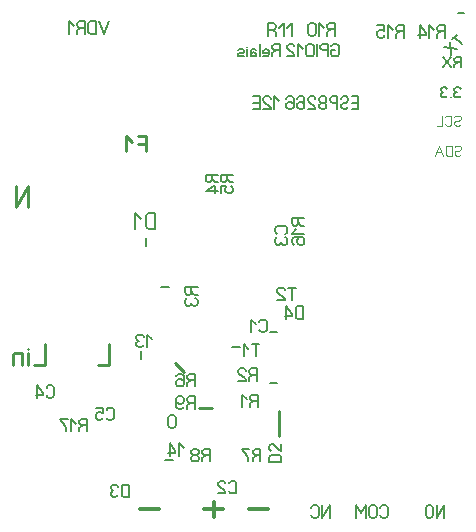
<source format=gbr>
%FSLAX32Y32*%
%MOMM*%
%LNBESTUECKUNG1*%
G71*
G01*
%ADD10C, 0.33*%
%ADD11C, 0.16*%
%ADD12C, 0.24*%
%ADD13C, 0.17*%
%ADD14C, 0.13*%
%ADD15C, 0.22*%
%ADD16C, 0.25*%
%ADD17C, 0.11*%
%LPD*%
G54D10*
X6285Y4198D02*
X6125Y4198D01*
G54D10*
X5904Y4195D02*
X5744Y4195D01*
G54D10*
X5824Y4262D02*
X5824Y4128D01*
G54D11*
X7915Y7755D02*
X7908Y7766D01*
X7895Y7772D01*
X7881Y7772D01*
X7868Y7766D01*
X7861Y7755D01*
X7861Y7744D01*
X7868Y7733D01*
X7881Y7727D01*
X7868Y7722D01*
X7861Y7710D01*
X7861Y7699D01*
X7868Y7688D01*
X7881Y7683D01*
X7895Y7683D01*
X7908Y7688D01*
X7915Y7699D01*
G54D11*
X7831Y7683D02*
X7831Y7683D01*
G54D11*
X7800Y7755D02*
X7793Y7766D01*
X7780Y7772D01*
X7766Y7772D01*
X7753Y7766D01*
X7746Y7755D01*
X7746Y7744D01*
X7753Y7733D01*
X7766Y7727D01*
X7753Y7722D01*
X7746Y7710D01*
X7746Y7699D01*
X7753Y7688D01*
X7766Y7683D01*
X7780Y7683D01*
X7793Y7688D01*
X7800Y7699D01*
G54D11*
X7890Y8397D02*
X7944Y8397D01*
G54D11*
X7924Y8133D02*
X7861Y8196D01*
G54D11*
X7880Y8215D02*
X7842Y8177D01*
G54D11*
X7821Y8155D02*
X7836Y8045D01*
G54D11*
X7884Y8092D02*
X7774Y8108D01*
G54D11*
X7889Y7981D02*
X7869Y7970D01*
X7862Y7959D01*
X7862Y7937D01*
G54D11*
X7915Y7937D02*
X7915Y8026D01*
X7882Y8026D01*
X7869Y8020D01*
X7862Y8009D01*
X7862Y7998D01*
X7869Y7987D01*
X7882Y7981D01*
X7915Y7981D01*
G54D11*
X7831Y8026D02*
X7765Y7937D01*
G54D11*
X7831Y7937D02*
X7765Y8026D01*
G54D12*
X5251Y7226D02*
X5251Y7360D01*
X5181Y7360D01*
G54D12*
X5251Y7293D02*
X5181Y7293D01*
G54D12*
X5134Y7310D02*
X5084Y7360D01*
X5084Y7226D01*
G54D13*
X5327Y6571D02*
X5327Y6705D01*
X5277Y6705D01*
X5257Y6696D01*
X5247Y6680D01*
X5247Y6596D01*
X5257Y6580D01*
X5277Y6571D01*
X5327Y6571D01*
G54D13*
X5210Y6655D02*
X5160Y6705D01*
X5160Y6571D01*
G54D14*
X6167Y5114D02*
X6143Y5101D01*
X6135Y5088D01*
X6135Y5061D01*
G54D14*
X6199Y5061D02*
X6199Y5168D01*
X6159Y5168D01*
X6143Y5161D01*
X6135Y5148D01*
X6135Y5134D01*
X6143Y5121D01*
X6159Y5114D01*
X6199Y5114D01*
G54D14*
X6106Y5128D02*
X6066Y5168D01*
X6066Y5061D01*
G54D14*
X6156Y5337D02*
X6132Y5324D01*
X6124Y5310D01*
X6124Y5284D01*
G54D14*
X6188Y5284D02*
X6188Y5390D01*
X6148Y5390D01*
X6132Y5384D01*
X6124Y5370D01*
X6124Y5357D01*
X6132Y5344D01*
X6148Y5337D01*
X6188Y5337D01*
G54D14*
X6031Y5284D02*
X6095Y5284D01*
X6095Y5290D01*
X6087Y5304D01*
X6039Y5344D01*
X6031Y5357D01*
X6031Y5370D01*
X6039Y5384D01*
X6055Y5390D01*
X6071Y5390D01*
X6087Y5384D01*
X6095Y5370D01*
G54D14*
X5635Y6046D02*
X5648Y6022D01*
X5662Y6014D01*
X5688Y6014D01*
G54D14*
X5688Y6078D02*
X5582Y6078D01*
X5582Y6038D01*
X5588Y6022D01*
X5602Y6014D01*
X5615Y6014D01*
X5628Y6022D01*
X5635Y6038D01*
X5635Y6078D01*
G54D14*
X5602Y5985D02*
X5588Y5977D01*
X5582Y5961D01*
X5582Y5945D01*
X5588Y5929D01*
X5602Y5921D01*
X5615Y5921D01*
X5628Y5929D01*
X5635Y5945D01*
X5642Y5929D01*
X5655Y5921D01*
X5668Y5921D01*
X5682Y5929D01*
X5688Y5945D01*
X5688Y5961D01*
X5682Y5977D01*
X5668Y5985D01*
G54D14*
X6211Y5716D02*
X6219Y5703D01*
X6235Y5696D01*
X6251Y5696D01*
X6267Y5703D01*
X6275Y5716D01*
X6275Y5783D01*
X6267Y5796D01*
X6251Y5803D01*
X6235Y5803D01*
X6219Y5796D01*
X6211Y5783D01*
G54D14*
X6182Y5763D02*
X6142Y5803D01*
X6142Y5696D01*
G54D14*
X6180Y5490D02*
X6180Y5597D01*
G54D14*
X6212Y5597D02*
X6148Y5597D01*
G54D14*
X6118Y5557D02*
X6078Y5597D01*
X6078Y5490D01*
G54D14*
X5810Y6996D02*
X5823Y6972D01*
X5836Y6964D01*
X5863Y6964D01*
G54D14*
X5863Y7028D02*
X5756Y7028D01*
X5756Y6988D01*
X5763Y6972D01*
X5776Y6964D01*
X5790Y6964D01*
X5803Y6972D01*
X5810Y6988D01*
X5810Y7028D01*
G54D14*
X5863Y6887D02*
X5756Y6887D01*
X5823Y6935D01*
X5836Y6935D01*
X5836Y6871D01*
G54D14*
X5937Y6996D02*
X5950Y6972D01*
X5963Y6964D01*
X5990Y6964D01*
G54D14*
X5990Y7028D02*
X5883Y7028D01*
X5883Y6988D01*
X5890Y6972D01*
X5903Y6964D01*
X5917Y6964D01*
X5930Y6972D01*
X5937Y6988D01*
X5937Y7028D01*
G54D14*
X5883Y6871D02*
X5883Y6935D01*
X5930Y6935D01*
X5930Y6927D01*
X5923Y6911D01*
X5923Y6895D01*
X5930Y6879D01*
X5943Y6871D01*
X5970Y6871D01*
X5983Y6879D01*
X5990Y6895D01*
X5990Y6911D01*
X5983Y6927D01*
X5970Y6935D01*
G54D15*
X4253Y6756D02*
X4253Y6934D01*
X4147Y6756D01*
X4147Y6934D01*
G54D15*
X4940Y5600D02*
X4940Y5422D01*
X4846Y5422D01*
G54D14*
X6489Y5966D02*
X6489Y6073D01*
G54D14*
X6521Y6073D02*
X6457Y6073D01*
G54D14*
X6364Y5966D02*
X6428Y5966D01*
X6428Y5973D01*
X6420Y5986D01*
X6372Y6026D01*
X6364Y6039D01*
X6364Y6053D01*
X6372Y6066D01*
X6388Y6073D01*
X6404Y6073D01*
X6420Y6066D01*
X6428Y6053D01*
G54D14*
X6994Y7585D02*
X7050Y7585D01*
X7050Y7692D01*
X6994Y7692D01*
G54D14*
X7050Y7639D02*
X6994Y7639D01*
G54D14*
X6965Y7605D02*
X6957Y7592D01*
X6941Y7585D01*
X6925Y7585D01*
X6909Y7592D01*
X6901Y7605D01*
X6901Y7619D01*
X6909Y7632D01*
X6925Y7639D01*
X6941Y7639D01*
X6957Y7645D01*
X6965Y7659D01*
X6965Y7672D01*
X6957Y7685D01*
X6941Y7692D01*
X6925Y7692D01*
X6909Y7685D01*
X6901Y7672D01*
G54D14*
X6872Y7585D02*
X6872Y7692D01*
X6832Y7692D01*
X6816Y7685D01*
X6808Y7672D01*
X6808Y7659D01*
X6816Y7645D01*
X6832Y7639D01*
X6872Y7639D01*
G54D14*
X6739Y7639D02*
X6755Y7639D01*
X6771Y7645D01*
X6779Y7659D01*
X6779Y7672D01*
X6771Y7685D01*
X6755Y7692D01*
X6739Y7692D01*
X6723Y7685D01*
X6715Y7672D01*
X6715Y7659D01*
X6723Y7645D01*
X6739Y7639D01*
X6723Y7632D01*
X6715Y7619D01*
X6715Y7605D01*
X6723Y7592D01*
X6739Y7585D01*
X6755Y7585D01*
X6771Y7592D01*
X6779Y7605D01*
X6779Y7619D01*
X6771Y7632D01*
X6755Y7639D01*
G54D14*
X6622Y7585D02*
X6686Y7585D01*
X6686Y7592D01*
X6678Y7605D01*
X6630Y7645D01*
X6622Y7659D01*
X6622Y7672D01*
X6630Y7685D01*
X6646Y7692D01*
X6662Y7692D01*
X6678Y7685D01*
X6686Y7672D01*
G54D14*
X6529Y7672D02*
X6537Y7685D01*
X6553Y7692D01*
X6569Y7692D01*
X6585Y7685D01*
X6593Y7672D01*
X6593Y7639D01*
X6593Y7632D01*
X6569Y7645D01*
X6553Y7645D01*
X6537Y7639D01*
X6529Y7625D01*
X6529Y7605D01*
X6537Y7592D01*
X6553Y7585D01*
X6569Y7585D01*
X6585Y7592D01*
X6593Y7605D01*
X6593Y7639D01*
G54D14*
X6436Y7672D02*
X6444Y7685D01*
X6460Y7692D01*
X6476Y7692D01*
X6492Y7685D01*
X6500Y7672D01*
X6500Y7639D01*
X6500Y7632D01*
X6476Y7645D01*
X6460Y7645D01*
X6444Y7639D01*
X6436Y7625D01*
X6436Y7605D01*
X6444Y7592D01*
X6460Y7585D01*
X6476Y7585D01*
X6492Y7592D01*
X6500Y7605D01*
X6500Y7639D01*
G54D14*
X6376Y7652D02*
X6336Y7692D01*
X6336Y7585D01*
G54D14*
X6243Y7585D02*
X6307Y7585D01*
X6307Y7592D01*
X6299Y7605D01*
X6251Y7645D01*
X6243Y7659D01*
X6243Y7672D01*
X6251Y7685D01*
X6267Y7692D01*
X6283Y7692D01*
X6299Y7685D01*
X6307Y7672D01*
G54D14*
X6158Y7585D02*
X6214Y7585D01*
X6214Y7692D01*
X6158Y7692D01*
G54D14*
X6214Y7639D02*
X6158Y7639D01*
G54D14*
X5632Y5289D02*
X5608Y5276D01*
X5600Y5263D01*
X5600Y5236D01*
G54D14*
X5664Y5236D02*
X5664Y5343D01*
X5624Y5343D01*
X5608Y5336D01*
X5600Y5323D01*
X5600Y5309D01*
X5608Y5296D01*
X5624Y5289D01*
X5664Y5289D01*
G54D14*
X5507Y5323D02*
X5515Y5336D01*
X5531Y5343D01*
X5547Y5343D01*
X5563Y5336D01*
X5571Y5323D01*
X5571Y5289D01*
X5571Y5283D01*
X5547Y5296D01*
X5531Y5296D01*
X5515Y5289D01*
X5507Y5276D01*
X5507Y5256D01*
X5515Y5243D01*
X5531Y5236D01*
X5547Y5236D01*
X5563Y5243D01*
X5571Y5256D01*
X5571Y5289D01*
G54D14*
X6188Y4654D02*
X6164Y4641D01*
X6156Y4628D01*
X6156Y4601D01*
G54D14*
X6220Y4601D02*
X6220Y4708D01*
X6180Y4708D01*
X6164Y4701D01*
X6156Y4688D01*
X6156Y4674D01*
X6164Y4661D01*
X6180Y4654D01*
X6220Y4654D01*
G54D14*
X6127Y4708D02*
X6063Y4708D01*
X6071Y4694D01*
X6087Y4674D01*
X6103Y4648D01*
X6111Y4628D01*
X6111Y4601D01*
G54D14*
X5438Y4973D02*
X5438Y4907D01*
X5446Y4893D01*
X5462Y4887D01*
X5478Y4887D01*
X5494Y4893D01*
X5502Y4907D01*
X5502Y4973D01*
X5494Y4987D01*
X5478Y4993D01*
X5462Y4993D01*
X5446Y4987D01*
X5438Y4973D01*
G54D14*
X5303Y5636D02*
X5263Y5676D01*
X5263Y5569D01*
G54D14*
X5234Y5656D02*
X5226Y5669D01*
X5210Y5676D01*
X5194Y5676D01*
X5178Y5669D01*
X5170Y5656D01*
X5170Y5643D01*
X5178Y5629D01*
X5194Y5623D01*
X5178Y5616D01*
X5170Y5603D01*
X5170Y5589D01*
X5178Y5576D01*
X5194Y5569D01*
X5210Y5569D01*
X5226Y5576D01*
X5234Y5589D01*
G54D14*
X6853Y8083D02*
X6821Y8083D01*
X6821Y8050D01*
X6829Y8037D01*
X6845Y8030D01*
X6861Y8030D01*
X6877Y8037D01*
X6885Y8050D01*
X6885Y8117D01*
X6877Y8130D01*
X6861Y8137D01*
X6845Y8137D01*
X6829Y8130D01*
X6821Y8117D01*
G54D14*
X6792Y8030D02*
X6792Y8137D01*
X6752Y8137D01*
X6736Y8130D01*
X6728Y8117D01*
X6728Y8103D01*
X6736Y8090D01*
X6752Y8083D01*
X6792Y8083D01*
G54D14*
X6699Y8030D02*
X6699Y8137D01*
G54D14*
X6606Y8117D02*
X6606Y8050D01*
X6614Y8037D01*
X6630Y8030D01*
X6646Y8030D01*
X6662Y8037D01*
X6670Y8050D01*
X6670Y8117D01*
X6662Y8130D01*
X6646Y8137D01*
X6630Y8137D01*
X6614Y8130D01*
X6606Y8117D01*
G54D14*
X6577Y8097D02*
X6537Y8137D01*
X6537Y8030D01*
G54D14*
X6444Y8030D02*
X6508Y8030D01*
X6508Y8037D01*
X6500Y8050D01*
X6452Y8090D01*
X6444Y8103D01*
X6444Y8117D01*
X6452Y8130D01*
X6468Y8137D01*
X6484Y8137D01*
X6500Y8130D01*
X6508Y8117D01*
G54D14*
X6352Y8083D02*
X6328Y8070D01*
X6320Y8057D01*
X6320Y8030D01*
G54D14*
X6384Y8030D02*
X6384Y8137D01*
X6344Y8137D01*
X6328Y8130D01*
X6320Y8117D01*
X6320Y8103D01*
X6328Y8090D01*
X6344Y8083D01*
X6384Y8083D01*
G54D14*
X6243Y8037D02*
X6256Y8030D01*
X6272Y8030D01*
X6288Y8037D01*
X6291Y8050D01*
X6291Y8073D01*
X6283Y8086D01*
X6267Y8090D01*
X6251Y8086D01*
X6243Y8077D01*
X6243Y8063D01*
X6291Y8063D01*
G54D14*
X6214Y8030D02*
X6214Y8137D01*
G54D14*
X6185Y8083D02*
X6169Y8090D01*
X6150Y8090D01*
X6137Y8077D01*
X6137Y8030D01*
G54D14*
X6137Y8050D02*
X6145Y8063D01*
X6161Y8066D01*
X6177Y8063D01*
X6185Y8050D01*
X6182Y8037D01*
X6169Y8030D01*
X6161Y8030D01*
X6158Y8030D01*
X6145Y8037D01*
X6137Y8050D01*
G54D14*
X6108Y8030D02*
X6108Y8090D01*
G54D14*
X6108Y8110D02*
X6108Y8110D01*
G54D14*
X6079Y8037D02*
X6063Y8030D01*
X6047Y8030D01*
X6031Y8037D01*
X6031Y8050D01*
X6039Y8057D01*
X6071Y8063D01*
X6079Y8070D01*
X6079Y8083D01*
X6063Y8090D01*
X6047Y8090D01*
X6031Y8083D01*
G54D14*
X4937Y8327D02*
X4897Y8220D01*
X4857Y8327D01*
G54D14*
X4828Y8220D02*
X4828Y8327D01*
X4788Y8327D01*
X4772Y8320D01*
X4764Y8307D01*
X4764Y8240D01*
X4772Y8227D01*
X4788Y8220D01*
X4828Y8220D01*
G54D14*
X4703Y8274D02*
X4679Y8260D01*
X4671Y8247D01*
X4671Y8220D01*
G54D14*
X4735Y8220D02*
X4735Y8327D01*
X4695Y8327D01*
X4679Y8320D01*
X4671Y8307D01*
X4671Y8294D01*
X4679Y8280D01*
X4695Y8274D01*
X4735Y8274D01*
G54D14*
X4642Y8287D02*
X4602Y8327D01*
X4602Y8220D01*
G54D14*
X5953Y4351D02*
X5961Y4337D01*
X5977Y4331D01*
X5993Y4331D01*
X6009Y4337D01*
X6017Y4351D01*
X6017Y4417D01*
X6009Y4431D01*
X5993Y4437D01*
X5977Y4437D01*
X5961Y4431D01*
X5953Y4417D01*
G54D14*
X5860Y4331D02*
X5924Y4331D01*
X5924Y4337D01*
X5916Y4351D01*
X5868Y4391D01*
X5860Y4404D01*
X5860Y4417D01*
X5868Y4431D01*
X5884Y4437D01*
X5900Y4437D01*
X5916Y4431D01*
X5924Y4417D01*
G54D14*
X5569Y4715D02*
X5529Y4755D01*
X5529Y4648D01*
G54D14*
X5452Y4648D02*
X5452Y4755D01*
X5500Y4688D01*
X5500Y4675D01*
X5436Y4675D01*
G54D14*
X5760Y4654D02*
X5736Y4641D01*
X5728Y4628D01*
X5728Y4601D01*
G54D14*
X5792Y4601D02*
X5792Y4708D01*
X5752Y4708D01*
X5736Y4701D01*
X5728Y4688D01*
X5728Y4674D01*
X5736Y4661D01*
X5752Y4654D01*
X5792Y4654D01*
G54D14*
X5659Y4654D02*
X5675Y4654D01*
X5691Y4661D01*
X5699Y4674D01*
X5699Y4688D01*
X5691Y4701D01*
X5675Y4708D01*
X5659Y4708D01*
X5643Y4701D01*
X5635Y4688D01*
X5635Y4674D01*
X5643Y4661D01*
X5659Y4654D01*
X5643Y4648D01*
X5635Y4634D01*
X5635Y4621D01*
X5643Y4608D01*
X5659Y4601D01*
X5675Y4601D01*
X5691Y4608D01*
X5699Y4621D01*
X5699Y4634D01*
X5691Y4648D01*
X5675Y4654D01*
G54D14*
X5632Y5099D02*
X5608Y5085D01*
X5600Y5072D01*
X5600Y5045D01*
G54D14*
X5664Y5045D02*
X5664Y5152D01*
X5624Y5152D01*
X5608Y5145D01*
X5600Y5132D01*
X5600Y5119D01*
X5608Y5105D01*
X5624Y5099D01*
X5664Y5099D01*
G54D14*
X5571Y5065D02*
X5563Y5052D01*
X5547Y5045D01*
X5531Y5045D01*
X5515Y5052D01*
X5507Y5065D01*
X5507Y5099D01*
X5507Y5105D01*
X5531Y5092D01*
X5547Y5092D01*
X5563Y5099D01*
X5571Y5112D01*
X5571Y5132D01*
X5563Y5145D01*
X5547Y5152D01*
X5531Y5152D01*
X5515Y5145D01*
X5507Y5132D01*
X5507Y5099D01*
G54D15*
X5496Y5437D02*
X5571Y5362D01*
G54D15*
X5702Y5050D02*
X5809Y5050D01*
G54D14*
X6817Y8260D02*
X6793Y8246D01*
X6785Y8233D01*
X6785Y8206D01*
G54D14*
X6849Y8206D02*
X6849Y8313D01*
X6809Y8313D01*
X6793Y8306D01*
X6785Y8293D01*
X6785Y8280D01*
X6793Y8266D01*
X6809Y8260D01*
X6849Y8260D01*
G54D14*
X6756Y8273D02*
X6716Y8313D01*
X6716Y8206D01*
G54D14*
X6623Y8293D02*
X6623Y8226D01*
X6631Y8213D01*
X6647Y8206D01*
X6663Y8206D01*
X6679Y8213D01*
X6687Y8226D01*
X6687Y8293D01*
X6679Y8306D01*
X6663Y8313D01*
X6647Y8313D01*
X6631Y8306D01*
X6623Y8293D01*
G54D14*
X7749Y8242D02*
X7725Y8229D01*
X7717Y8215D01*
X7717Y8189D01*
G54D14*
X7781Y8189D02*
X7781Y8295D01*
X7741Y8295D01*
X7725Y8289D01*
X7717Y8275D01*
X7717Y8262D01*
X7725Y8249D01*
X7741Y8242D01*
X7781Y8242D01*
G54D14*
X7688Y8255D02*
X7648Y8295D01*
X7648Y8189D01*
G54D14*
X7571Y8189D02*
X7571Y8295D01*
X7619Y8229D01*
X7619Y8215D01*
X7555Y8215D01*
G54D14*
X6317Y8258D02*
X6341Y8244D01*
X6349Y8231D01*
X6349Y8204D01*
G54D14*
X6285Y8204D02*
X6285Y8311D01*
X6325Y8311D01*
X6341Y8304D01*
X6349Y8291D01*
X6349Y8278D01*
X6341Y8264D01*
X6325Y8258D01*
X6285Y8258D01*
G54D14*
X6378Y8271D02*
X6418Y8311D01*
X6418Y8204D01*
G54D14*
X6447Y8271D02*
X6487Y8311D01*
X6487Y8204D01*
G54D14*
X7400Y8242D02*
X7376Y8229D01*
X7368Y8215D01*
X7368Y8189D01*
G54D14*
X7432Y8189D02*
X7432Y8295D01*
X7392Y8295D01*
X7376Y8289D01*
X7368Y8275D01*
X7368Y8262D01*
X7376Y8249D01*
X7392Y8242D01*
X7432Y8242D01*
G54D14*
X7339Y8255D02*
X7299Y8295D01*
X7299Y8189D01*
G54D14*
X7206Y8295D02*
X7270Y8295D01*
X7270Y8249D01*
X7262Y8249D01*
X7246Y8255D01*
X7230Y8255D01*
X7214Y8249D01*
X7206Y8235D01*
X7206Y8209D01*
X7214Y8195D01*
X7230Y8189D01*
X7246Y8189D01*
X7262Y8195D01*
X7270Y8209D01*
G54D14*
X6538Y6628D02*
X6552Y6604D01*
X6565Y6596D01*
X6592Y6596D01*
G54D14*
X6592Y6660D02*
X6485Y6660D01*
X6485Y6620D01*
X6492Y6604D01*
X6505Y6596D01*
X6518Y6596D01*
X6532Y6604D01*
X6538Y6620D01*
X6538Y6660D01*
G54D14*
X6525Y6567D02*
X6485Y6527D01*
X6592Y6527D01*
G54D14*
X6505Y6434D02*
X6492Y6442D01*
X6485Y6458D01*
X6485Y6474D01*
X6492Y6490D01*
X6505Y6498D01*
X6538Y6498D01*
X6545Y6498D01*
X6532Y6474D01*
X6532Y6458D01*
X6538Y6442D01*
X6552Y6434D01*
X6572Y6434D01*
X6585Y6442D01*
X6592Y6458D01*
X6592Y6474D01*
X6585Y6490D01*
X6572Y6498D01*
X6538Y6498D01*
G54D14*
X6429Y6527D02*
X6442Y6535D01*
X6449Y6551D01*
X6449Y6567D01*
X6442Y6583D01*
X6429Y6591D01*
X6362Y6591D01*
X6349Y6583D01*
X6342Y6567D01*
X6342Y6551D01*
X6349Y6535D01*
X6362Y6527D01*
G54D14*
X6362Y6498D02*
X6349Y6490D01*
X6342Y6474D01*
X6342Y6458D01*
X6349Y6442D01*
X6362Y6434D01*
X6375Y6434D01*
X6389Y6442D01*
X6395Y6458D01*
X6402Y6442D01*
X6415Y6434D01*
X6429Y6434D01*
X6442Y6442D01*
X6449Y6458D01*
X6449Y6474D01*
X6442Y6490D01*
X6429Y6498D01*
G54D14*
X6397Y4594D02*
X6290Y4594D01*
X6290Y4634D01*
X6297Y4650D01*
X6310Y4658D01*
X6377Y4658D01*
X6390Y4650D01*
X6397Y4634D01*
X6397Y4594D01*
G54D14*
X6397Y4751D02*
X6397Y4687D01*
X6390Y4687D01*
X6377Y4695D01*
X6337Y4743D01*
X6324Y4751D01*
X6310Y4751D01*
X6297Y4743D01*
X6290Y4727D01*
X6290Y4711D01*
X6297Y4695D01*
X6310Y4687D01*
G54D14*
X5983Y5569D02*
X6047Y5569D01*
G54D14*
X5254Y6490D02*
X5254Y6426D01*
G54D14*
X4717Y4908D02*
X4693Y4895D01*
X4685Y4882D01*
X4685Y4855D01*
G54D14*
X4749Y4855D02*
X4749Y4962D01*
X4709Y4962D01*
X4693Y4955D01*
X4685Y4942D01*
X4685Y4928D01*
X4693Y4915D01*
X4709Y4908D01*
X4749Y4908D01*
G54D14*
X4656Y4922D02*
X4616Y4962D01*
X4616Y4855D01*
G54D14*
X4587Y4962D02*
X4523Y4962D01*
X4531Y4948D01*
X4547Y4928D01*
X4563Y4902D01*
X4571Y4882D01*
X4571Y4855D01*
G54D14*
X5108Y4299D02*
X5108Y4406D01*
X5068Y4406D01*
X5052Y4399D01*
X5044Y4386D01*
X5044Y4319D01*
X5052Y4306D01*
X5068Y4299D01*
X5108Y4299D01*
G54D14*
X5015Y4386D02*
X5007Y4399D01*
X4991Y4406D01*
X4975Y4406D01*
X4959Y4399D01*
X4951Y4386D01*
X4951Y4373D01*
X4959Y4359D01*
X4975Y4353D01*
X4959Y4346D01*
X4951Y4333D01*
X4951Y4319D01*
X4959Y4306D01*
X4975Y4299D01*
X4991Y4299D01*
X5007Y4306D01*
X5015Y4319D01*
G54D14*
X4409Y5161D02*
X4417Y5147D01*
X4433Y5141D01*
X4449Y5141D01*
X4465Y5147D01*
X4473Y5161D01*
X4473Y5227D01*
X4465Y5241D01*
X4449Y5247D01*
X4433Y5247D01*
X4417Y5241D01*
X4409Y5227D01*
G54D14*
X4332Y5141D02*
X4332Y5247D01*
X4380Y5181D01*
X4380Y5167D01*
X4316Y5167D01*
G54D14*
X4917Y4970D02*
X4925Y4957D01*
X4941Y4950D01*
X4957Y4950D01*
X4973Y4957D01*
X4981Y4970D01*
X4981Y5037D01*
X4973Y5050D01*
X4957Y5057D01*
X4941Y5057D01*
X4925Y5050D01*
X4917Y5037D01*
G54D14*
X4824Y5057D02*
X4888Y5057D01*
X4888Y5010D01*
X4880Y5010D01*
X4864Y5017D01*
X4848Y5017D01*
X4832Y5010D01*
X4824Y4997D01*
X4824Y4970D01*
X4832Y4957D01*
X4848Y4950D01*
X4864Y4950D01*
X4880Y4957D01*
X4888Y4970D01*
G54D14*
X5476Y4615D02*
X5412Y4615D01*
G54D14*
X5206Y5472D02*
X5206Y5536D01*
G54D10*
X5364Y4198D02*
X5204Y4198D01*
G54D14*
X7233Y4145D02*
X7241Y4131D01*
X7257Y4125D01*
X7273Y4125D01*
X7289Y4131D01*
X7297Y4145D01*
X7297Y4211D01*
X7289Y4225D01*
X7273Y4231D01*
X7257Y4231D01*
X7241Y4225D01*
X7233Y4211D01*
G54D14*
X7140Y4211D02*
X7140Y4145D01*
X7148Y4131D01*
X7164Y4125D01*
X7180Y4125D01*
X7196Y4131D01*
X7204Y4145D01*
X7204Y4211D01*
X7196Y4225D01*
X7180Y4231D01*
X7164Y4231D01*
X7148Y4225D01*
X7140Y4211D01*
G54D14*
X7111Y4125D02*
X7111Y4231D01*
X7071Y4165D01*
X7031Y4231D01*
X7031Y4125D01*
G54D14*
X7775Y4125D02*
X7775Y4231D01*
X7711Y4125D01*
X7711Y4231D01*
G54D14*
X7618Y4211D02*
X7618Y4145D01*
X7626Y4131D01*
X7642Y4125D01*
X7658Y4125D01*
X7674Y4131D01*
X7682Y4145D01*
X7682Y4211D01*
X7674Y4225D01*
X7658Y4231D01*
X7642Y4231D01*
X7626Y4225D01*
X7618Y4211D01*
G54D14*
X6807Y4125D02*
X6807Y4231D01*
X6743Y4125D01*
X6743Y4231D01*
G54D14*
X6650Y4145D02*
X6658Y4131D01*
X6674Y4125D01*
X6690Y4125D01*
X6706Y4131D01*
X6714Y4145D01*
X6714Y4211D01*
X6706Y4225D01*
X6690Y4231D01*
X6674Y4231D01*
X6658Y4225D01*
X6650Y4211D01*
G54D16*
X6376Y4818D02*
X6376Y5031D01*
G54D14*
X6581Y5810D02*
X6581Y5916D01*
X6541Y5916D01*
X6525Y5910D01*
X6517Y5896D01*
X6517Y5830D01*
X6525Y5816D01*
X6541Y5810D01*
X6581Y5810D01*
G54D14*
X6440Y5810D02*
X6440Y5916D01*
X6488Y5850D01*
X6488Y5836D01*
X6424Y5836D01*
G54D14*
X6300Y5696D02*
X6364Y5696D01*
G54D14*
X6300Y5267D02*
X6364Y5267D01*
G54D14*
X5380Y6077D02*
X5444Y6077D01*
G54D15*
X4393Y5600D02*
X4393Y5422D01*
X4300Y5422D01*
G54D15*
X4251Y5422D02*
X4251Y5522D01*
G54D15*
X4251Y5556D02*
X4251Y5556D01*
G54D15*
X4202Y5422D02*
X4202Y5522D01*
G54D15*
X4202Y5500D02*
X4189Y5516D01*
X4162Y5522D01*
X4136Y5516D01*
X4122Y5500D01*
X4122Y5422D01*
G54D17*
X7918Y7204D02*
X7911Y7193D01*
X7898Y7188D01*
X7884Y7188D01*
X7871Y7193D01*
X7864Y7204D01*
X7864Y7215D01*
X7871Y7226D01*
X7884Y7232D01*
X7898Y7232D01*
X7911Y7238D01*
X7918Y7249D01*
X7918Y7260D01*
X7911Y7271D01*
X7898Y7276D01*
X7884Y7276D01*
X7871Y7271D01*
X7864Y7260D01*
G54D17*
X7841Y7188D02*
X7841Y7276D01*
X7807Y7276D01*
X7794Y7271D01*
X7787Y7260D01*
X7787Y7204D01*
X7794Y7193D01*
X7807Y7188D01*
X7841Y7188D01*
G54D17*
X7764Y7188D02*
X7730Y7276D01*
X7697Y7188D01*
G54D17*
X7750Y7221D02*
X7710Y7221D01*
G54D17*
X7914Y7458D02*
X7907Y7447D01*
X7894Y7442D01*
X7880Y7442D01*
X7867Y7447D01*
X7860Y7458D01*
X7860Y7469D01*
X7867Y7480D01*
X7880Y7486D01*
X7894Y7486D01*
X7907Y7492D01*
X7914Y7503D01*
X7914Y7514D01*
X7907Y7525D01*
X7894Y7530D01*
X7880Y7530D01*
X7867Y7525D01*
X7860Y7514D01*
G54D17*
X7783Y7458D02*
X7790Y7447D01*
X7803Y7442D01*
X7817Y7442D01*
X7830Y7447D01*
X7837Y7458D01*
X7837Y7514D01*
X7830Y7525D01*
X7817Y7530D01*
X7803Y7530D01*
X7790Y7525D01*
X7783Y7514D01*
G54D17*
X7760Y7530D02*
X7760Y7442D01*
X7713Y7442D01*
M02*

</source>
